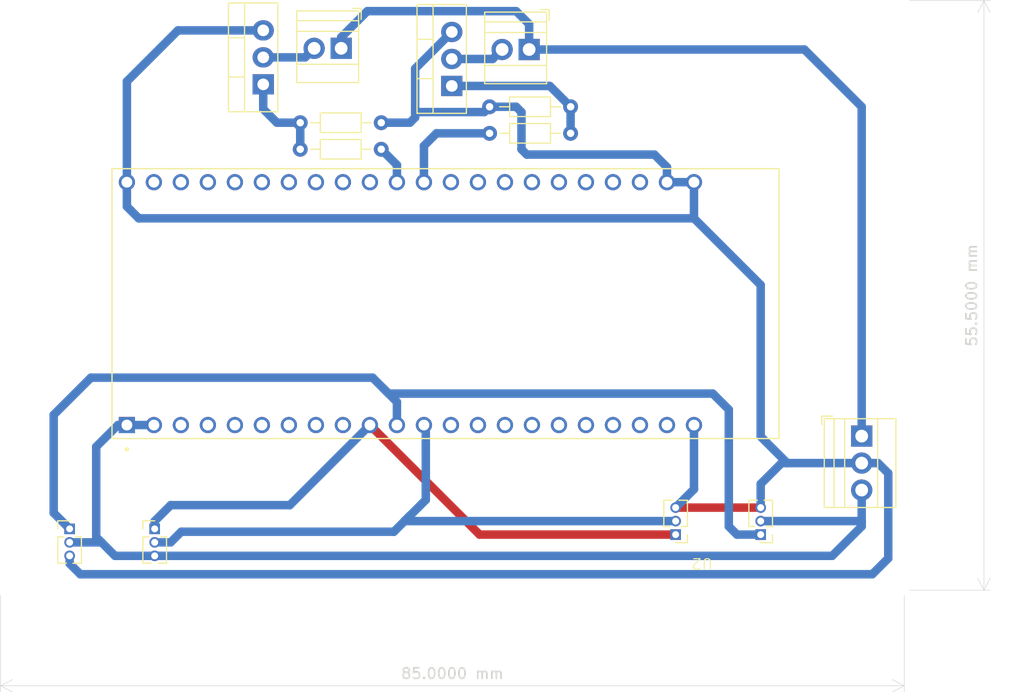
<source format=kicad_pcb>
(kicad_pcb (version 20240108) (generator "pcbnew") (generator_version "8.0")
  (layers (0 "F.Cu" signal) (31 "B.Cu" signal) (34 "B.Paste" user) (35 "F.Paste" user) (36 "B.SilkS" user "B.Silkscreen") (37 "F.SilkS" user "F.Silkscreen") (38 "B.Mask" user) (39 "F.Mask" user) (44 "Edge.Cuts" user))
  (net 0 "")
  (net 1 "GND")
  (net 2 "+12V")
  (net 3 "+3.3V")
  (net 4 "Net-(J2-Pin_2)")
  (net 5 "Net-(J3-Pin_2)")
  (net 6 "/MCU_PWM_1_GATE")
  (net 7 "/MCU_PWM_2_GATE")
  (net 8 "/MCU_PWM_1")
  (net 9 "/MCU_PWM_2")
  (net 17 "/I2S_SCK")
  (net 25 "/I2S_SD")
  (net 29 "/I2S_WS")
  (footprint "Resistor_THT:R_Axial_DIN0204_L3.6mm_D1.6mm_P7.62mm_Horizontal" (layer "F.Cu") (at 119.81 84.5 180)
    (property "Reference" "R4" (hide yes))
    (property "Value" "10k")
    (fp_line (start 6.68 0) (end 5.73 0) (stroke (width 0.12)) (layer "F.SilkS"))
    (fp_line (start 5.73 0.92) (end 5.73 -0.92) (stroke (width 0.12)) (layer "F.SilkS"))
    (fp_line (start 5.73 -0.92) (end 1.89 -0.92) (stroke (width 0.12)) (layer "F.SilkS"))
    (fp_line (start 1.89 0.92) (end 5.73 0.92) (stroke (width 0.12)) (layer "F.SilkS"))
    (fp_line (start 1.89 -0.92) (end 1.89 0.92) (stroke (width 0.12)) (layer "F.SilkS"))
    (fp_line (start 0.94 0) (end 1.89 0) (stroke (width 0.12)) (layer "F.SilkS"))
    (pad "1" thru_hole circle (at 0 0 180) (size 1.4 1.4) (drill 0.7) (layers "*.Cu" "*.Mask") (net 1 "GND"))
    (pad "2" thru_hole oval (at 7.62 0 180) (size 1.4 1.4) (drill 0.7) (layers "*.Cu" "*.Mask") (net 7 "/MCU_PWM_2_GATE"))
  )
  (footprint "Package_TO_SOT_THT:TO-220-3_Vertical" (layer "F.Cu") (at 108.71 80.89 90)
    (property "Reference" "Q2" (hide yes))
    (property "Value" "IRL540N")
    (fp_line (start 7.66 -3.27) (end 7.66 1.371) (stroke (width 0.12)) (layer "F.SilkS"))
    (fp_line (start 4.391 -3.27) (end 4.391 -1.76) (stroke (width 0.12)) (layer "F.SilkS"))
    (fp_line (start 0.69 -3.27) (end 0.69 -1.76) (stroke (width 0.12)) (layer "F.SilkS"))
    (fp_line (start -2.58 -3.27) (end 7.66 -3.27) (stroke (width 0.12)) (layer "F.SilkS"))
    (fp_line (start -2.58 -3.27) (end -2.58 1.371) (stroke (width 0.12)) (layer "F.SilkS"))
    (fp_line (start -2.58 -1.76) (end 7.66 -1.76) (stroke (width 0.12)) (layer "F.SilkS"))
    (fp_line (start -2.58 1.371) (end 7.66 1.371) (stroke (width 0.12)) (layer "F.SilkS"))
    (pad "1" thru_hole rect (at 0 0 90) (size 1.905 2) (drill 1.1) (layers "*.Cu" "*.Mask") (net 7 "/MCU_PWM_2_GATE"))
    (pad "2" thru_hole oval (at 2.54 0 90) (size 1.905 2) (drill 1.1) (layers "*.Cu" "*.Mask") (net 5 "Net-(J3-Pin_2)"))
    (pad "3" thru_hole oval (at 5.08 0 90) (size 1.905 2) (drill 1.1) (layers "*.Cu" "*.Mask") (net 1 "GND"))
  )
  (footprint "TerminalBlock:TerminalBlock_Xinya_XY308-2.54-3P_1x03_P2.54mm_Horizontal" (layer "F.Cu") (at 165 114 -90)
    (property "Reference" "J1" (hide yes))
    (property "Value" "PSU")
    (fp_line (start -1.88 3.76) (end -1.08 3.76) (stroke (width 0.12)) (layer "F.SilkS"))
    (fp_line (start -1.64 3.52) (end 6.721 3.52) (stroke (width 0.12)) (layer "F.SilkS"))
    (fp_line (start -1.88 2.72) (end -1.88 3.76) (stroke (width 0.12)) (layer "F.SilkS"))
    (fp_line (start -1.64 2.6) (end 6.721 2.6) (stroke (width 0.12)) (layer "F.SilkS"))
    (fp_line (start -1.64 1.6) (end 6.721 1.6) (stroke (width 0.12)) (layer "F.SilkS"))
    (fp_line (start -1.64 -1.501) (end 6.721 -1.501) (stroke (width 0.12)) (layer "F.SilkS"))
    (fp_line (start -1.64 -3.22) (end -1.64 3.52) (stroke (width 0.12)) (layer "F.SilkS"))
    (fp_line (start -1.64 -3.22) (end 6.721 -3.22) (stroke (width 0.12)) (layer "F.SilkS"))
    (fp_line (start 6.721 -3.22) (end 6.721 3.52) (stroke (width 0.12)) (layer "F.SilkS"))
    (pad "1" thru_hole rect (at 0 0 270) (size 2 2) (drill 1.2) (layers "*.Cu" "*.Mask") (net 2 "+12V"))
    (pad "2" thru_hole circle (at 2.54 0 270) (size 2 2) (drill 1.2) (layers "*.Cu" "*.Mask") (net 1 "GND"))
    (pad "3" thru_hole circle (at 5.08 0 270) (size 2 2) (drill 1.2) (layers "*.Cu" "*.Mask") (net 3 "+3.3V"))
  )
  (footprint "Resistor_THT:R_Axial_DIN0204_L3.6mm_D1.6mm_P7.62mm_Horizontal" (layer "F.Cu") (at 119.81 87 180)
    (property "Reference" "R3" (hide yes))
    (property "Value" "100R")
    (fp_line (start 6.68 0) (end 5.73 0) (stroke (width 0.12)) (layer "F.SilkS"))
    (fp_line (start 5.73 0.92) (end 5.73 -0.92) (stroke (width 0.12)) (layer "F.SilkS"))
    (fp_line (start 5.73 -0.92) (end 1.89 -0.92) (stroke (width 0.12)) (layer "F.SilkS"))
    (fp_line (start 1.89 0.92) (end 5.73 0.92) (stroke (width 0.12)) (layer "F.SilkS"))
    (fp_line (start 1.89 -0.92) (end 1.89 0.92) (stroke (width 0.12)) (layer "F.SilkS"))
    (fp_line (start 0.94 0) (end 1.89 0) (stroke (width 0.12)) (layer "F.SilkS"))
    (pad "1" thru_hole circle (at 0 0 180) (size 1.4 1.4) (drill 0.7) (layers "*.Cu" "*.Mask") (net 9 "/MCU_PWM_2"))
    (pad "2" thru_hole oval (at 7.62 0 180) (size 1.4 1.4) (drill 0.7) (layers "*.Cu" "*.Mask") (net 7 "/MCU_PWM_2_GATE"))
  )
  (footprint "TerminalBlock:TerminalBlock_Xinya_XY308-2.54-2P_1x02_P2.54mm_Horizontal" (layer "F.Cu") (at 133.72 77.61 180)
    (property "Reference" "J2" (hide yes))
    (property "Value" "Screw_Terminal_01x02" (hide yes))
    (fp_line (start 4.18 -3.22) (end 4.18 3.52) (stroke (width 0.12)) (layer "F.SilkS"))
    (fp_line (start -1.64 3.52) (end 4.18 3.52) (stroke (width 0.12)) (layer "F.SilkS"))
    (fp_line (start -1.64 2.6) (end 4.18 2.6) (stroke (width 0.12)) (layer "F.SilkS"))
    (fp_line (start -1.64 1.6) (end 4.18 1.6) (stroke (width 0.12)) (layer "F.SilkS"))
    (fp_line (start -1.64 -1.501) (end 4.18 -1.501) (stroke (width 0.12)) (layer "F.SilkS"))
    (fp_line (start -1.64 -3.22) (end 4.18 -3.22) (stroke (width 0.12)) (layer "F.SilkS"))
    (fp_line (start -1.64 -3.22) (end -1.64 3.52) (stroke (width 0.12)) (layer "F.SilkS"))
    (fp_line (start -1.88 3.76) (end -1.08 3.76) (stroke (width 0.12)) (layer "F.SilkS"))
    (fp_line (start -1.88 2.72) (end -1.88 3.76) (stroke (width 0.12)) (layer "F.SilkS"))
    (pad "1" thru_hole rect (at 0 0 180) (size 2 2) (drill 1.2) (layers "*.Cu" "*.Mask") (net 2 "+12V"))
    (pad "2" thru_hole circle (at 2.54 0 180) (size 2 2) (drill 1.2) (layers "*.Cu" "*.Mask") (net 4 "Net-(J2-Pin_2)"))
  )
  (footprint "Resistor_THT:R_Axial_DIN0204_L3.6mm_D1.6mm_P7.62mm_Horizontal" (layer "F.Cu") (at 130 83)
    (property "Reference" "R2" (hide yes))
    (property "Value" "10k")
    (fp_line (start 0.94 0) (end 1.89 0) (stroke (width 0.12)) (layer "F.SilkS"))
    (fp_line (start 1.89 -0.92) (end 1.89 0.92) (stroke (width 0.12)) (layer "F.SilkS"))
    (fp_line (start 1.89 0.92) (end 5.73 0.92) (stroke (width 0.12)) (layer "F.SilkS"))
    (fp_line (start 5.73 -0.92) (end 1.89 -0.92) (stroke (width 0.12)) (layer "F.SilkS"))
    (fp_line (start 5.73 0.92) (end 5.73 -0.92) (stroke (width 0.12)) (layer "F.SilkS"))
    (fp_line (start 6.68 0) (end 5.73 0) (stroke (width 0.12)) (layer "F.SilkS"))
    (pad "1" thru_hole circle (at 0 0) (size 1.4 1.4) (drill 0.7) (layers "*.Cu" "*.Mask") (net 1 "GND"))
    (pad "2" thru_hole oval (at 7.62 0) (size 1.4 1.4) (drill 0.7) (layers "*.Cu" "*.Mask") (net 6 "/MCU_PWM_1_GATE"))
  )
  (footprint "TerminalBlock:TerminalBlock_Xinya_XY308-2.54-2P_1x02_P2.54mm_Horizontal" (layer "F.Cu") (at 116.04 77.5 180)
    (property "Reference" "J3" (hide yes))
    (property "Value" "Screw_Terminal_01x02" (hide yes))
    (fp_line (start 4.18 -3.22) (end 4.18 3.52) (stroke (width 0.12)) (layer "F.SilkS"))
    (fp_line (start -1.64 3.52) (end 4.18 3.52) (stroke (width 0.12)) (layer "F.SilkS"))
    (fp_line (start -1.64 2.6) (end 4.18 2.6) (stroke (width 0.12)) (layer "F.SilkS"))
    (fp_line (start -1.64 1.6) (end 4.18 1.6) (stroke (width 0.12)) (layer "F.SilkS"))
    (fp_line (start -1.64 -1.501) (end 4.18 -1.501) (stroke (width 0.12)) (layer "F.SilkS"))
    (fp_line (start -1.64 -3.22) (end 4.18 -3.22) (stroke (width 0.12)) (layer "F.SilkS"))
    (fp_line (start -1.64 -3.22) (end -1.64 3.52) (stroke (width 0.12)) (layer "F.SilkS"))
    (fp_line (start -1.88 3.76) (end -1.08 3.76) (stroke (width 0.12)) (layer "F.SilkS"))
    (fp_line (start -1.88 2.72) (end -1.88 3.76) (stroke (width 0.12)) (layer "F.SilkS"))
    (pad "1" thru_hole rect (at 0 0 180) (size 2 2) (drill 1.2) (layers "*.Cu" "*.Mask") (net 2 "+12V"))
    (pad "2" thru_hole circle (at 2.54 0 180) (size 2 2) (drill 1.2) (layers "*.Cu" "*.Mask") (net 5 "Net-(J3-Pin_2)"))
  )
  (footprint "Package_TO_SOT_THT:TO-220-3_Vertical" (layer "F.Cu") (at 126.445 81.04 90)
    (property "Reference" "Q1" (hide yes))
    (property "Value" "IRL540N")
    (fp_line (start 7.66 -3.27) (end 7.66 1.371) (stroke (width 0.12)) (layer "F.SilkS"))
    (fp_line (start 4.391 -3.27) (end 4.391 -1.76) (stroke (width 0.12)) (layer "F.SilkS"))
    (fp_line (start 0.69 -3.27) (end 0.69 -1.76) (stroke (width 0.12)) (layer "F.SilkS"))
    (fp_line (start -2.58 -3.27) (end 7.66 -3.27) (stroke (width 0.12)) (layer "F.SilkS"))
    (fp_line (start -2.58 -3.27) (end -2.58 1.371) (stroke (width 0.12)) (layer "F.SilkS"))
    (fp_line (start -2.58 -1.76) (end 7.66 -1.76) (stroke (width 0.12)) (layer "F.SilkS"))
    (fp_line (start -2.58 1.371) (end 7.66 1.371) (stroke (width 0.12)) (layer "F.SilkS"))
    (pad "1" thru_hole rect (at 0 0 90) (size 1.905 2) (drill 1.1) (layers "*.Cu" "*.Mask") (net 6 "/MCU_PWM_1_GATE"))
    (pad "2" thru_hole oval (at 2.54 0 90) (size 1.905 2) (drill 1.1) (layers "*.Cu" "*.Mask") (net 4 "Net-(J2-Pin_2)"))
    (pad "3" thru_hole oval (at 5.08 0 90) (size 1.905 2) (drill 1.1) (layers "*.Cu" "*.Mask") (net 1 "GND"))
  )
  (footprint "INMP41:INMP41" (layer "F.Cu") (at 93 117.5)
    (property "Reference" "U3" (hide yes))
    (property "Value" "INMP41")
    (fp_line (start -3.61 4.47) (end -2.5 4.47) (stroke (width 0.12)) (layer "F.SilkS"))
    (fp_line (start -3.61 5.23) (end -3.61 4.47) (stroke (width 0.12)) (layer "F.SilkS"))
    (fp_line (start -3.61 5.99) (end -3.61 8.465) (stroke (width 0.12)) (layer "F.SilkS"))
    (fp_line (start -3.61 5.99) (end -3.063471 5.99) (stroke (width 0.12)) (layer "F.SilkS"))
    (fp_line (start -3.61 8.465) (end -2.80753 8.465) (stroke (width 0.12)) (layer "F.SilkS"))
    (fp_line (start -2.19247 8.465) (end -1.39 8.465) (stroke (width 0.12)) (layer "F.SilkS"))
    (fp_line (start -1.936529 5.99) (end -1.39 5.99) (stroke (width 0.12)) (layer "F.SilkS"))
    (fp_line (start -1.39 5.99) (end -1.39 8.465) (stroke (width 0.12)) (layer "F.SilkS"))
    (fp_line (start 4.39 4.47) (end 5.5 4.47) (stroke (width 0.12)) (layer "F.SilkS"))
    (fp_line (start 4.39 5.23) (end 4.39 4.47) (stroke (width 0.12)) (layer "F.SilkS"))
    (fp_line (start 4.39 5.99) (end 4.39 8.465) (stroke (width 0.12)) (layer "F.SilkS"))
    (fp_line (start 4.39 5.99) (end 4.936529 5.99) (stroke (width 0.12)) (layer "F.SilkS"))
    (fp_line (start 4.39 8.465) (end 5.19247 8.465) (stroke (width 0.12)) (layer "F.SilkS"))
    (fp_line (start 5.80753 8.465) (end 6.61 8.465) (stroke (width 0.12)) (layer "F.SilkS"))
    (fp_line (start 6.063471 5.99) (end 6.61 5.99) (stroke (width 0.12)) (layer "F.SilkS"))
    (fp_line (start 6.61 5.99) (end 6.61 8.465) (stroke (width 0.12)) (layer "F.SilkS"))
    (pad "1" thru_hole oval (at 5.5 6.5) (size 1 1) (drill 0.65) (layers "*.Cu" "*.Mask") (net 29 "/I2S_WS"))
    (pad "2" thru_hole oval (at 5.5 7.77) (size 1 1) (drill 0.65) (layers "*.Cu" "*.Mask") (net 3 "+3.3V"))
    (pad "3" thru_hole oval (at -2.5 7.77) (size 1 1) (drill 0.65) (layers "*.Cu" "*.Mask") (net 1 "GND"))
    (pad "4" thru_hole rect (at 5.5 5.23) (size 1 1) (drill 0.65) (layers "*.Cu" "*.Mask") (net 17 "/I2S_SCK"))
    (pad "5" thru_hole oval (at -2.5 6.5) (size 1 1) (drill 0.65) (layers "*.Cu" "*.Mask") (net 3 "+3.3V"))
    (pad "6" thru_hole rect (at -2.5 5.23) (size 1 1) (drill 0.65) (layers "*.Cu" "*.Mask") (net 25 "/I2S_SD"))
  )
  (footprint "INMP41:INMP41" (layer "F.Cu") (at 153 128.5 180)
    (property "Reference" "U2" (at 3 2.5 180) (layer "F.SilkS") (effects (font (thickness 0.1))))
    (property "Value" "INMP41")
    (fp_line (start 6.61 5.99) (end 6.61 8.465) (stroke (width 0.12)) (layer "F.SilkS"))
    (fp_line (start 6.063471 5.99) (end 6.61 5.99) (stroke (width 0.12)) (layer "F.SilkS"))
    (fp_line (start 5.80753 8.465) (end 6.61 8.465) (stroke (width 0.12)) (layer "F.SilkS"))
    (fp_line (start 4.39 8.465) (end 5.19247 8.465) (stroke (width 0.12)) (layer "F.SilkS"))
    (fp_line (start 4.39 5.99) (end 4.936529 5.99) (stroke (width 0.12)) (layer "F.SilkS"))
    (fp_line (start 4.39 5.99) (end 4.39 8.465) (stroke (width 0.12)) (layer "F.SilkS"))
    (fp_line (start 4.39 5.23) (end 4.39 4.47) (stroke (width 0.12)) (layer "F.SilkS"))
    (fp_line (start 4.39 4.47) (end 5.5 4.47) (stroke (width 0.12)) (layer "F.SilkS"))
    (fp_line (start -1.39 5.99) (end -1.39 8.465) (stroke (width 0.12)) (layer "F.SilkS"))
    (fp_line (start -1.936529 5.99) (end -1.39 5.99) (stroke (width 0.12)) (layer "F.SilkS"))
    (fp_line (start -2.19247 8.465) (end -1.39 8.465) (stroke (width 0.12)) (layer "F.SilkS"))
    (fp_line (start -3.61 8.465) (end -2.80753 8.465) (stroke (width 0.12)) (layer "F.SilkS"))
    (fp_line (start -3.61 5.99) (end -3.063471 5.99) (stroke (width 0.12)) (layer "F.SilkS"))
    (fp_line (start -3.61 5.99) (end -3.61 8.465) (stroke (width 0.12)) (layer "F.SilkS"))
    (fp_line (start -3.61 5.23) (end -3.61 4.47) (stroke (width 0.12)) (layer "F.SilkS"))
    (fp_line (start -3.61 4.47) (end -2.5 4.47) (stroke (width 0.12)) (layer "F.SilkS"))
    (pad "1" thru_hole oval (at 5.5 6.5 180) (size 1 1) (drill 0.65) (layers "*.Cu" "*.Mask") (net 29 "/I2S_WS"))
    (pad "2" thru_hole oval (at 5.5 7.77 180) (size 1 1) (drill 0.65) (layers "*.Cu" "*.Mask") (net 1 "GND"))
    (pad "3" thru_hole oval (at -2.5 7.77 180) (size 1 1) (drill 0.65) (layers "*.Cu" "*.Mask") (net 1 "GND"))
    (pad "4" thru_hole rect (at 5.5 5.23 180) (size 1 1) (drill 0.65) (layers "*.Cu" "*.Mask") (net 17 "/I2S_SCK"))
    (pad "5" thru_hole oval (at -2.5 6.5 180) (size 1 1) (drill 0.65) (layers "*.Cu" "*.Mask") (net 3 "+3.3V"))
    (pad "6" thru_hole rect (at -2.5 5.23 180) (size 1 1) (drill 0.65) (layers "*.Cu" "*.Mask") (net 25 "/I2S_SD"))
  )
  (footprint "Resistor_THT:R_Axial_DIN0204_L3.6mm_D1.6mm_P7.62mm_Horizontal" (layer "F.Cu") (at 130 85.5)
    (property "Reference" "R1" (hide yes))
    (property "Value" "100R")
    (fp_line (start 0.94 0) (end 1.89 0) (stroke (width 0.12)) (layer "F.SilkS"))
    (fp_line (start 1.89 -0.92) (end 1.89 0.92) (stroke (width 0.12)) (layer "F.SilkS"))
    (fp_line (start 1.89 0.92) (end 5.73 0.92) (stroke (width 0.12)) (layer "F.SilkS"))
    (fp_line (start 5.73 -0.92) (end 1.89 -0.92) (stroke (width 0.12)) (layer "F.SilkS"))
    (fp_line (start 5.73 0.92) (end 5.73 -0.92) (stroke (width 0.12)) (layer "F.SilkS"))
    (fp_line (start 6.68 0) (end 5.73 0) (stroke (width 0.12)) (layer "F.SilkS"))
    (pad "1" thru_hole circle (at 0 0) (size 1.4 1.4) (drill 0.7) (layers "*.Cu" "*.Mask") (net 8 "/MCU_PWM_1"))
    (pad "2" thru_hole oval (at 7.62 0) (size 1.4 1.4) (drill 0.7) (layers "*.Cu" "*.Mask") (net 6 "/MCU_PWM_1_GATE"))
  )
  (footprint "esp32s3:XCVR_ESP32-S3-DEVKITC-1-N8R2" (layer "F.Cu") (at 125.855 101.5295 90)
    (property "Reference" "U1" (hide yes))
    (property "Value" "ESP32-S3-DEVKITC-1-N8R2")
    (fp_line (start 12.7 -31.37) (end 12.7 31.37) (stroke (width 0.127)) (layer "F.SilkS"))
    (fp_line (start -12.7 -31.37) (end 12.7 -31.37) (stroke (width 0.127)) (layer "F.SilkS"))
    (fp_line (start 12.7 31.37) (end -12.7 31.37) (stroke (width 0.127)) (layer "F.SilkS"))
    (fp_line (start -12.7 31.37) (end -12.7 -31.37) (stroke (width 0.127)) (layer "F.SilkS"))
    (fp_circle (center -13.716 -29.972) (end -13.616 -29.972) (stroke (width 0.2)) (fill none) (layer "F.SilkS"))
    (pad "J1_1" thru_hole rect (at -11.43 -29.97 90) (size 1.53 1.53) (drill 1.02) (layers "*.Cu" "*.Mask") (net 3 "+3.3V"))
    (pad "J1_2" thru_hole circle (at -11.43 -27.43 90) (size 1.53 1.53) (drill 1.02) (layers "*.Cu" "*.Mask") (net 3 "+3.3V"))
    (pad "J1_3" thru_hole circle (at -11.43 -24.89 90) (size 1.53 1.53) (drill 1.02) (layers "*.Cu" "*.Mask"))
    (pad "J1_4" thru_hole circle (at -11.43 -22.35 90) (size 1.53 1.53) (drill 1.02) (layers "*.Cu" "*.Mask"))
    (pad "J1_5" thru_hole circle (at -11.43 -19.81 90) (size 1.53 1.53) (drill 1.02) (layers "*.Cu" "*.Mask"))
    (pad "J1_6" thru_hole circle (at -11.43 -17.27 90) (size 1.53 1.53) (drill 1.02) (layers "*.Cu" "*.Mask"))
    (pad "J1_7" thru_hole circle (at -11.43 -14.73 90) (size 1.53 1.53) (drill 1.02) (layers "*.Cu" "*.Mask"))
    (pad "J1_8" thru_hole circle (at -11.43 -12.19 90) (size 1.53 1.53) (drill 1.02) (layers "*.Cu" "*.Mask"))
    (pad "J1_9" thru_hole circle (at -11.43 -9.65 90) (size 1.53 1.53) (drill 1.02) (layers "*.Cu" "*.Mask"))
    (pad "J1_10" thru_hole circle (at -11.43 -7.11 90) (size 1.53 1.53) (drill 1.02) (layers "*.Cu" "*.Mask") (net 17 "/I2S_SCK"))
    (pad "J1_11" thru_hole circle (at -11.43 -4.57 90) (size 1.53 1.53) (drill 1.02) (layers "*.Cu" "*.Mask") (net 25 "/I2S_SD"))
    (pad "J1_12" thru_hole circle (at -11.43 -2.03 90) (size 1.53 1.53) (drill 1.02) (layers "*.Cu" "*.Mask") (net 29 "/I2S_WS"))
    (pad "J1_13" thru_hole circle (at -11.43 0.51 90) (size 1.53 1.53) (drill 1.02) (layers "*.Cu" "*.Mask"))
    (pad "J1_14" thru_hole circle (at -11.43 3.05 90) (size 1.53 1.53) (drill 1.02) (layers "*.Cu" "*.Mask"))
    (pad "J1_15" thru_hole circle (at -11.43 5.59 90) (size 1.53 1.53) (drill 1.02) (layers "*.Cu" "*.Mask"))
    (pad "J1_16" thru_hole circle (at -11.43 8.13 90) (size 1.53 1.53) (drill 1.02) (layers "*.Cu" "*.Mask"))
    (pad "J1_17" thru_hole circle (at -11.43 10.67 90) (size 1.53 1.53) (drill 1.02) (layers "*.Cu" "*.Mask"))
    (pad "J1_18" thru_hole circle (at -11.43 13.21 90) (size 1.53 1.53) (drill 1.02) (layers "*.Cu" "*.Mask"))
    (pad "J1_19" thru_hole circle (at -11.43 15.75 90) (size 1.53 1.53) (drill 1.02) (layers "*.Cu" "*.Mask"))
    (pad "J1_20" thru_hole circle (at -11.43 18.29 90) (size 1.53 1.53) (drill 1.02) (layers "*.Cu" "*.Mask"))
    (pad "J1_21" thru_hole circle (at -11.43 20.83 90) (size 1.53 1.53) (drill 1.02) (layers "*.Cu" "*.Mask"))
    (pad "J1_22" thru_hole circle (at -11.43 23.37 90) (size 1.53 1.53) (drill 1.02) (layers "*.Cu" "*.Mask") (net 1 "GND"))
    (pad "J3_1" thru_hole circle (at 11.43 -29.97 90) (size 1.53 1.53) (drill 1.02) (layers "*.Cu" "*.Mask") (net 1 "GND"))
    (pad "J3_2" thru_hole circle (at 11.43 -27.43 90) (size 1.53 1.53) (drill 1.02) (layers "*.Cu" "*.Mask"))
    (pad "J3_3" thru_hole circle (at 11.43 -24.89 90) (size 1.53 1.53) (drill 1.02) (layers "*.Cu" "*.Mask"))
    (pad "J3_4" thru_hole circle (at 11.43 -22.35 90) (size 1.53 1.53) (drill 1.02) (layers "*.Cu" "*.Mask"))
    (pad "J3_5" thru_hole circle (at 11.43 -19.81 90) (size 1.53 1.53) (drill 1.02) (layers "*.Cu" "*.Mask"))
    (pad "J3_6" thru_hole circle (at 11.43 -17.27 90) (size 1.53 1.53) (drill 1.02) (layers "*.Cu" "*.Mask"))
    (pad "J3_7" thru_hole circle (at 11.43 -14.73 90) (size 1.53 1.53) (drill 1.02) (layers "*.Cu" "*.Mask"))
    (pad "J3_8" thru_hole circle (at 11.43 -12.19 90) (size 1.53 1.53) (drill 1.02) (layers "*.Cu" "*.Mask"))
    (pad "J3_9" thru_hole circle (at 11.43 -9.65 90) (size 1.53 1.53) (drill 1.02) (layers "*.Cu" "*.Mask"))
    (pad "J3_10" thru_hole circle (at 11.43 -7.11 90) (size 1.53 1.53) (drill 1.02) (layers "*.Cu" "*.Mask"))
    (pad "J3_11" thru_hole circle (at 11.43 -4.57 90) (size 1.53 1.53) (drill 1.02) (layers "*.Cu" "*.Mask") (net 9 "/MCU_PWM_2"))
    (pad "J3_12" thru_hole circle (at 11.43 -2.03 90) (size 1.53 1.53) (drill 1.02) (layers "*.Cu" "*.Mask") (net 8 "/MCU_PWM_1"))
    (pad "J3_13" thru_hole circle (at 11.43 0.51 90) (size 1.53 1.53) (drill 1.02) (layers "*.Cu" "*.Mask"))
    (pad "J3_14" thru_hole circle (at 11.43 3.05 90) (size 1.53 1.53) (drill 1.02) (layers "*.Cu" "*.Mask"))
    (pad "J3_15" thru_hole circle (at 11.43 5.59 90) (size 1.53 1.53) (drill 1.02) (layers "*.Cu" "*.Mask"))
    (pad "J3_16" thru_hole circle (at 11.43 8.13 90) (size 1.53 1.53) (drill 1.02) (layers "*.Cu" "*.Mask"))
    (pad "J3_17" thru_hole circle (at 11.43 10.67 90) (size 1.53 1.53) (drill 1.02) (layers "*.Cu" "*.Mask"))
    (pad "J3_18" thru_hole circle (at 11.43 13.21 90) (size 1.53 1.53) (drill 1.02) (layers "*.Cu" "*.Mask"))
    (pad "J3_19" thru_hole circle (at 11.43 15.75 90) (size 1.53 1.53) (drill 1.02) (layers "*.Cu" "*.Mask"))
    (pad "J3_20" thru_hole circle (at 11.43 18.29 90) (size 1.53 1.53) (drill 1.02) (layers "*.Cu" "*.Mask"))
    (pad "J3_21" thru_hole circle (at 11.43 20.83 90) (size 1.53 1.53) (drill 1.02) (layers "*.Cu" "*.Mask") (net 1 "GND"))
    (pad "J3_22" thru_hole circle (at 11.43 23.37 90) (size 1.53 1.53) (drill 1.02) (layers "*.Cu" "*.Mask") (net 1 "GND"))
  )
  (dimension (type aligned) (layer "Edge.Cuts") (pts (xy 169 128.5) (xy 169 73)) (height 7.5) (gr_text "55.5000 mm" (at 175.35 100.75 90) (layer "Edge.Cuts") (effects (font (size 1 1) (thickness 0.15)))) (format (prefix "") (suffix "") (units 3) (units_format 1) (precision 4)) (style (thickness 0.05) (arrow_length 1.27) (text_position_mode 0) (extension_height 0.58642) (extension_offset 0.5) keep_text_aligned))
  (dimension (type aligned) (layer "Edge.Cuts") (pts (xy 84 128.5) (xy 169 128.5)) (height 9) (gr_text "85.0000 mm" (at 126.5 136.35 0) (layer "Edge.Cuts") (effects (font (size 1 1) (thickness 0.15)))) (format (prefix "") (suffix "") (units 3) (units_format 1) (precision 4)) (style (thickness 0.05) (arrow_length 1.27) (text_position_mode 0) (extension_height 0.58642) (extension_offset 0.5) keep_text_aligned))
  (segment (start 147.5 120.73) (end 155.5 120.73) (width 0.8) (layer "F.Cu") (net 1))
  (segment (start 130 83) (end 132.5 83) (width 0.8) (layer "B.Cu") (net 1))
  (segment (start 166 127) (end 167.5 125.5) (width 0.8) (layer "B.Cu") (net 1))
  (segment (start 122.5 84.5) (end 123 84) (width 0.8) (layer "B.Cu") (net 1))
  (segment (start 158 116.54) (end 165 116.54) (width 0.8) (layer "B.Cu") (net 1))
  (segment (start 132.5 83) (end 133 83.5) (width 0.8) (layer "B.Cu") (net 1))
  (segment (start 155.5 118.5) (end 157.46 116.54) (width 0.8) (layer "B.Cu") (net 1))
  (segment (start 95.885 90.0995) (end 95.885 92.385) (width 0.8) (layer "B.Cu") (net 1))
  (segment (start 119.81 84.5) (end 122.5 84.5) (width 0.8) (layer "B.Cu") (net 1))
  (segment (start 166.54 116.54) (end 165 116.54) (width 0.8) (layer "B.Cu") (net 1))
  (segment (start 100.69 75.81) (end 95.885 80.615) (width 0.8) (layer "B.Cu") (net 1))
  (segment (start 133.5 87.5) (end 145.5 87.5) (width 0.8) (layer "B.Cu") (net 1))
  (segment (start 133 87) (end 133.5 87.5) (width 0.8) (layer "B.Cu") (net 1))
  (segment (start 155.5 114.04) (end 158 116.54) (width 0.8) (layer "B.Cu") (net 1))
  (segment (start 155.5 120.73) (end 155.5 118.5) (width 0.8) (layer "B.Cu") (net 1))
  (segment (start 147.5 120.73) (end 149.225 119.005) (width 0.8) (layer "B.Cu") (net 1))
  (segment (start 91.5 127) (end 166 127) (width 0.8) (layer "B.Cu") (net 1))
  (segment (start 90.5 125.27) (end 90.5 126) (width 0.8) (layer "B.Cu") (net 1))
  (segment (start 133 83.5) (end 133 87) (width 0.8) (layer "B.Cu") (net 1))
  (segment (start 123 84) (end 123 83.5) (width 0.8) (layer "B.Cu") (net 1))
  (segment (start 108.71 75.81) (end 100.69 75.81) (width 0.8) (layer "B.Cu") (net 1))
  (segment (start 167.5 117.5) (end 166.54 116.54) (width 0.8) (layer "B.Cu") (net 1))
  (segment (start 146.685 88.685) (end 146.685 90.0995) (width 0.8) (layer "B.Cu") (net 1))
  (segment (start 149.225 90.0995) (end 146.685 90.0995) (width 0.8) (layer "B.Cu") (net 1))
  (segment (start 149.225 119.005) (end 149.225 112.9595) (width 0.8) (layer "B.Cu") (net 1))
  (segment (start 149.225 93.5) (end 149.225 90.0995) (width 0.8) (layer "B.Cu") (net 1))
  (segment (start 145.5 87.5) (end 146.685 88.685) (width 0.8) (layer "B.Cu") (net 1))
  (segment (start 90.5 126) (end 91.5 127) (width 0.8) (layer "B.Cu") (net 1))
  (segment (start 95.885 80.615) (end 95.885 90.0995) (width 0.8) (layer "B.Cu") (net 1))
  (segment (start 155.5 99.775) (end 149.225 93.5) (width 0.8) (layer "B.Cu") (net 1))
  (segment (start 97 93.5) (end 149.225 93.5) (width 0.8) (layer "B.Cu") (net 1))
  (segment (start 167.5 125.5) (end 167.5 117.5) (width 0.8) (layer "B.Cu") (net 1))
  (segment (start 130 83) (end 129.5 83.5) (width 0.8) (layer "B.Cu") (net 1))
  (segment (start 129.5 83.5) (end 123 83.5) (width 0.8) (layer "B.Cu") (net 1))
  (segment (start 155.5 99.775) (end 155.5 114.04) (width 0.8) (layer "B.Cu") (net 1))
  (segment (start 96.25 92.75) (end 97 93.5) (width 0.8) (layer "B.Cu") (net 1))
  (segment (start 95.885 92.385) (end 96.25 92.75) (width 0.8) (layer "B.Cu") (net 1))
  (segment (start 123 83.5) (end 123 79.405) (width 0.8) (layer "B.Cu") (net 1))
  (segment (start 123 79.405) (end 126.445 75.96) (width 0.8) (layer "B.Cu") (net 1))
  (segment (start 157.46 116.54) (end 158 116.54) (width 0.8) (layer "B.Cu") (net 1))
  (segment (start 159.61 77.61) (end 133.72 77.61) (width 0.8) (layer "B.Cu") (net 2))
  (segment (start 165 114) (end 165 83) (width 0.8) (layer "B.Cu") (net 2))
  (segment (start 118.5 74) (end 132.5 74) (width 0.8) (layer "B.Cu") (net 2))
  (segment (start 116.04 76.46) (end 118.5 74) (width 0.8) (layer "B.Cu") (net 2))
  (segment (start 116.04 77.5) (end 116.04 76.46) (width 0.8) (layer "B.Cu") (net 2))
  (segment (start 133.72 75.22) (end 133.72 77.61) (width 0.8) (layer "B.Cu") (net 2))
  (segment (start 165 83) (end 159.61 77.61) (width 0.8) (layer "B.Cu") (net 2))
  (segment (start 132.5 74) (end 133.72 75.22) (width 0.8) (layer "B.Cu") (net 2))
  (segment (start 94.77 125.27) (end 98.5 125.27) (width 0.8) (layer "B.Cu") (net 3))
  (segment (start 98.425 112.9595) (end 95.885 112.9595) (width 0.8) (layer "B.Cu") (net 3))
  (segment (start 93 123.5) (end 93.5 124) (width 0.8) (layer "B.Cu") (net 3))
  (segment (start 92.5 124) (end 93.5 124) (width 0.8) (layer "B.Cu") (net 3))
  (segment (start 165 122) (end 165 119.08) (width 0.8) (layer "B.Cu") (net 3))
  (segment (start 92.5 124) (end 90.5 124) (width 0.8) (layer "B.Cu") (net 3))
  (segment (start 93.5 124) (end 94.77 125.27) (width 0.8) (layer "B.Cu") (net 3))
  (segment (start 93 115) (end 93 123.5) (width 0.8) (layer "B.Cu") (net 3))
  (segment (start 165 122.5) (end 165 122) (width 0.8) (layer "B.Cu") (net 3))
  (segment (start 162.23 125.27) (end 165 122.5) (width 0.8) (layer "B.Cu") (net 3))
  (segment (start 95.885 112.9595) (end 95.0405 112.9595) (width 0.8) (layer "B.Cu") (net 3))
  (segment (start 95.0405 112.9595) (end 93 115) (width 0.8) (layer "B.Cu") (net 3))
  (segment (start 98.5 125.27) (end 162.23 125.27) (width 0.8) (layer "B.Cu") (net 3))
  (segment (start 165 122) (end 155.5 122) (width 0.8) (layer "B.Cu") (net 3))
  (segment (start 130.29 78.5) (end 131.18 77.61) (width 0.8) (layer "B.Cu") (net 4))
  (segment (start 126.445 78.5) (end 130.29 78.5) (width 0.8) (layer "B.Cu") (net 4))
  (segment (start 112.65 78.35) (end 113.5 77.5) (width 0.8) (layer "B.Cu") (net 5))
  (segment (start 108.71 78.35) (end 112.65 78.35) (width 0.8) (layer "B.Cu") (net 5))
  (segment (start 137.62 85.5) (end 137.62 83) (width 0.8) (layer "B.Cu") (net 6))
  (segment (start 126.445 81.04) (end 135.66 81.04) (width 0.8) (layer "B.Cu") (net 6))
  (segment (start 135.66 81.04) (end 137.62 83) (width 0.8) (layer "B.Cu") (net 6))
  (segment (start 110 84.5) (end 112.19 84.5) (width 0.8) (layer "B.Cu") (net 7))
  (segment (start 112.19 87) (end 112.19 84.5) (width 0.8) (layer "B.Cu") (net 7))
  (segment (start 108.71 80.89) (end 108.71 83.21) (width 0.8) (layer "B.Cu") (net 7))
  (segment (start 108.71 83.21) (end 110 84.5) (width 0.8) (layer "B.Cu") (net 7))
  (segment (start 123.825 90.0995) (end 123.825 86.675) (width 0.8) (layer "B.Cu") (net 8))
  (segment (start 123.825 86.675) (end 125 85.5) (width 0.8) (layer "B.Cu") (net 8))
  (segment (start 125 85.5) (end 130 85.5) (width 0.8) (layer "B.Cu") (net 8))
  (segment (start 121.285 90.0995) (end 121.285 88.475) (width 0.8) (layer "B.Cu") (net 9))
  (segment (start 121.285 88.475) (end 119.81 87) (width 0.8) (layer "B.Cu") (net 9))
  (segment (start 129.0555 123.27) (end 118.745 112.9595) (width 0.8) (layer "F.Cu") (net 17))
  (segment (start 147.5 123.27) (end 129.0555 123.27) (width 0.8) (layer "F.Cu") (net 17))
  (segment (start 98.5 122) (end 100 120.5) (width 0.8) (layer "B.Cu") (net 17))
  (segment (start 111.2045 120.5) (end 118.745 112.9595) (width 0.8) (layer "B.Cu") (net 17))
  (segment (start 100 120.5) (end 111.2045 120.5) (width 0.8) (layer "B.Cu") (net 17))
  (segment (start 98.5 122.73) (end 98.5 122) (width 0.8) (layer "B.Cu") (net 17))
  (segment (start 89 112) (end 89 121.23) (width 0.8) (layer "B.Cu") (net 25))
  (segment (start 153.27 123.27) (end 155.5 123.27) (width 0.8) (layer "B.Cu") (net 25))
  (segment (start 121.285 110.785) (end 120 109.5) (width 0.8) (layer "B.Cu") (net 25))
  (segment (start 120.5 110) (end 151 110) (width 0.8) (layer "B.Cu") (net 25))
  (segment (start 151 110) (end 152.5 111.5) (width 0.8) (layer "B.Cu") (net 25))
  (segment (start 92.5 108.5) (end 89 112) (width 0.8) (layer "B.Cu") (net 25))
  (segment (start 152.5 122.5) (end 153.27 123.27) (width 0.8) (layer "B.Cu") (net 25))
  (segment (start 119 108.5) (end 92.5 108.5) (width 0.8) (layer "B.Cu") (net 25))
  (segment (start 120 109.5) (end 119 108.5) (width 0.8) (layer "B.Cu") (net 25))
  (segment (start 152.5 111.5) (end 152.5 122.5) (width 0.8) (layer "B.Cu") (net 25))
  (segment (start 89 121.23) (end 90.5 122.73) (width 0.8) (layer "B.Cu") (net 25))
  (segment (start 121.285 112.9595) (end 121.285 110.785) (width 0.8) (layer "B.Cu") (net 25))
  (segment (start 120 109.5) (end 120.5 110) (width 0.8) (layer "B.Cu") (net 25))
  (segment (start 100 124) (end 101 123) (width 0.8) (layer "B.Cu") (net 29))
  (segment (start 121 123) (end 122.5 121.5) (width 0.8) (layer "B.Cu") (net 29))
  (segment (start 124 113.1345) (end 123.825 112.9595) (width 0.8) (layer "B.Cu") (net 29))
  (segment (start 122.5 121.5) (end 124 120) (width 0.8) (layer "B.Cu") (net 29))
  (segment (start 99 124) (end 100 124) (width 0.8) (layer "B.Cu") (net 29))
  (segment (start 122 122) (end 122.5 121.5) (width 0.8) (layer "B.Cu") (net 29))
  (segment (start 147.5 122) (end 122 122) (width 0.8) (layer "B.Cu") (net 29))
  (segment (start 124 120) (end 124 113.1345) (width 0.8) (layer "B.Cu") (net 29))
  (segment (start 101 123) (end 121 123) (width 0.8) (layer "B.Cu") (net 29))
)
</source>
